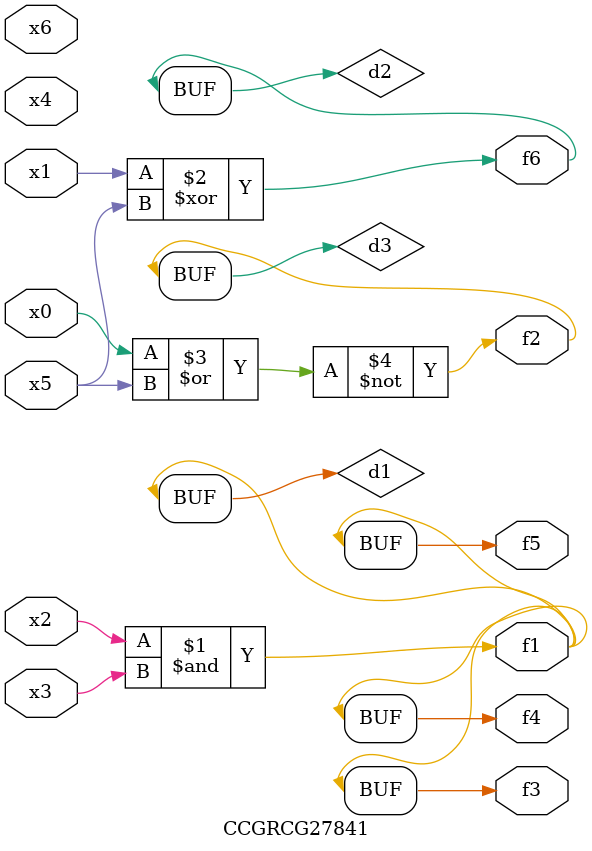
<source format=v>
module CCGRCG27841(
	input x0, x1, x2, x3, x4, x5, x6,
	output f1, f2, f3, f4, f5, f6
);

	wire d1, d2, d3;

	and (d1, x2, x3);
	xor (d2, x1, x5);
	nor (d3, x0, x5);
	assign f1 = d1;
	assign f2 = d3;
	assign f3 = d1;
	assign f4 = d1;
	assign f5 = d1;
	assign f6 = d2;
endmodule

</source>
